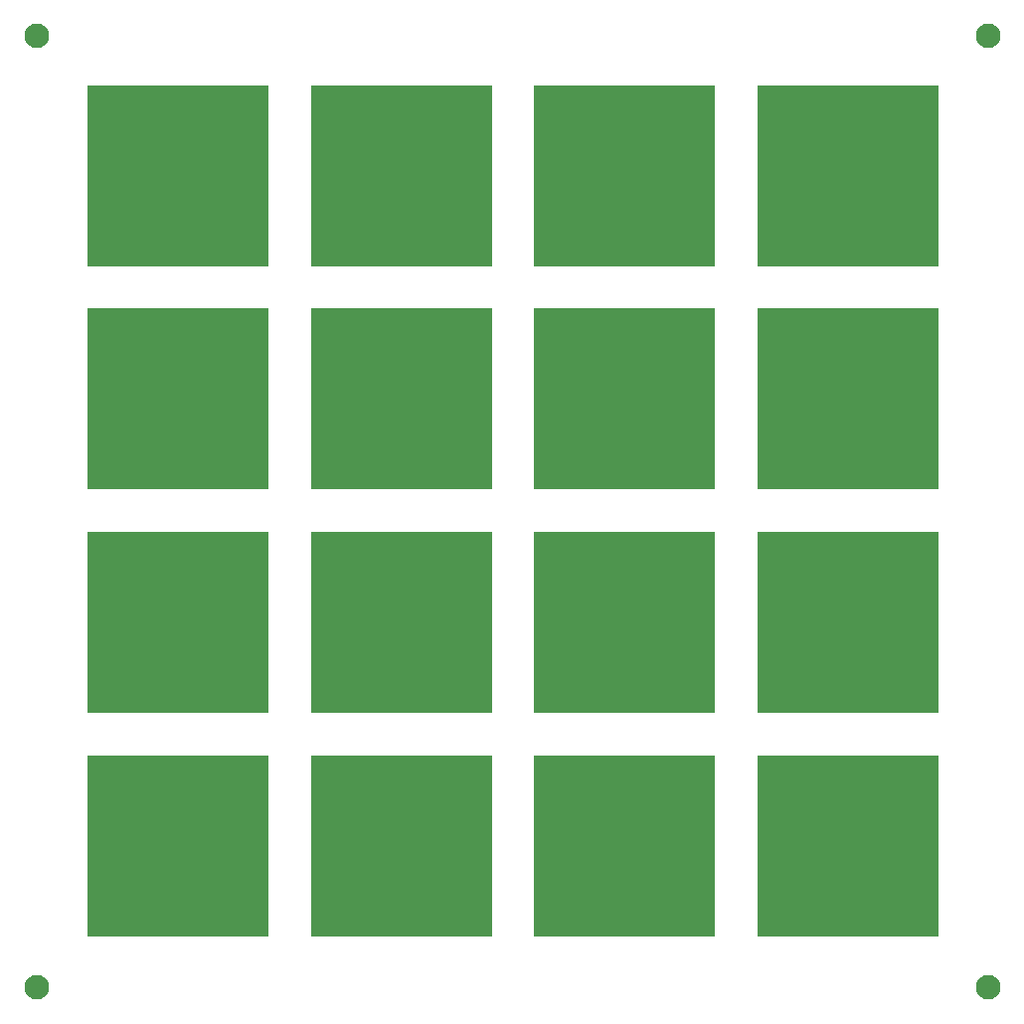
<source format=gbr>
%TF.GenerationSoftware,Altium Limited,Altium Designer,20.1.12 (249)*%
G04 Layer_Color=255*
%FSLAX26Y26*%
%MOIN*%
%TF.SameCoordinates,D08FF7B1-8E93-4697-AE31-98C184C779B4*%
%TF.FilePolarity,Positive*%
%TF.FileFunction,Pads,Top*%
%TF.Part,Single*%
G01*
G75*
%TA.AperFunction,ViaPad*%
%ADD10R,0.610236X0.610236*%
%ADD11C,0.082677*%
D10*
X1399213Y2898228D02*
D03*
X650000D02*
D03*
X2148386D02*
D03*
X2897599D02*
D03*
X650000Y2149016D02*
D03*
X2148386D02*
D03*
X1399213D02*
D03*
X2897599D02*
D03*
Y650591D02*
D03*
Y1399803D02*
D03*
X2148386D02*
D03*
Y650591D02*
D03*
X650000Y1399803D02*
D03*
X1399213D02*
D03*
Y650591D02*
D03*
X650000D02*
D03*
D11*
X3366142Y177165D02*
D03*
Y3366142D02*
D03*
X177165Y177165D02*
D03*
Y3366142D02*
D03*
%TF.MD5,110ef9675929710ff9c7f18bb28892e4*%
M02*

</source>
